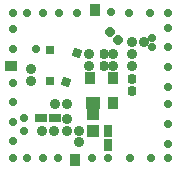
<source format=gts>
G04 Layer_Color=8388736*
%FSLAX44Y44*%
%MOMM*%
G71*
G01*
G75*
%ADD30R,1.3032X1.1032*%
%ADD31R,0.9032X1.1032*%
G04:AMPARAMS|DCode=32|XSize=0.8032mm|YSize=0.8032mm|CornerRadius=0.2516mm|HoleSize=0mm|Usage=FLASHONLY|Rotation=180.000|XOffset=0mm|YOffset=0mm|HoleType=Round|Shape=RoundedRectangle|*
%AMROUNDEDRECTD32*
21,1,0.8032,0.3000,0,0,180.0*
21,1,0.3000,0.8032,0,0,180.0*
1,1,0.5032,-0.1500,0.1500*
1,1,0.5032,0.1500,0.1500*
1,1,0.5032,0.1500,-0.1500*
1,1,0.5032,-0.1500,-0.1500*
%
%ADD32ROUNDEDRECTD32*%
G04:AMPARAMS|DCode=33|XSize=0.8032mm|YSize=0.8032mm|CornerRadius=0.2516mm|HoleSize=0mm|Usage=FLASHONLY|Rotation=270.000|XOffset=0mm|YOffset=0mm|HoleType=Round|Shape=RoundedRectangle|*
%AMROUNDEDRECTD33*
21,1,0.8032,0.3000,0,0,270.0*
21,1,0.3000,0.8032,0,0,270.0*
1,1,0.5032,-0.1500,-0.1500*
1,1,0.5032,-0.1500,0.1500*
1,1,0.5032,0.1500,0.1500*
1,1,0.5032,0.1500,-0.1500*
%
%ADD33ROUNDEDRECTD33*%
%ADD34R,0.8032X1.0032*%
%ADD35R,1.0032X0.8032*%
%ADD36P,0.9945X4X115.0*%
%ADD37R,0.7032X0.7032*%
G04:AMPARAMS|DCode=38|XSize=0.7032mm|YSize=0.8032mm|CornerRadius=0.2266mm|HoleSize=0mm|Usage=FLASHONLY|Rotation=0.000|XOffset=0mm|YOffset=0mm|HoleType=Round|Shape=RoundedRectangle|*
%AMROUNDEDRECTD38*
21,1,0.7032,0.3500,0,0,0.0*
21,1,0.2500,0.8032,0,0,0.0*
1,1,0.4532,0.1250,-0.1750*
1,1,0.4532,-0.1250,-0.1750*
1,1,0.4532,-0.1250,0.1750*
1,1,0.4532,0.1250,0.1750*
%
%ADD38ROUNDEDRECTD38*%
G04:AMPARAMS|DCode=39|XSize=0.8032mm|YSize=0.8032mm|CornerRadius=0.2516mm|HoleSize=0mm|Usage=FLASHONLY|Rotation=45.000|XOffset=0mm|YOffset=0mm|HoleType=Round|Shape=RoundedRectangle|*
%AMROUNDEDRECTD39*
21,1,0.8032,0.3000,0,0,45.0*
21,1,0.3000,0.8032,0,0,45.0*
1,1,0.5032,0.2121,0.0000*
1,1,0.5032,0.0000,-0.2121*
1,1,0.5032,-0.2121,0.0000*
1,1,0.5032,0.0000,0.2121*
%
%ADD39ROUNDEDRECTD39*%
%ADD40R,1.1032X1.0032*%
%ADD41R,0.9032X1.1032*%
%ADD42R,1.1032X0.9032*%
%ADD43C,0.7032*%
D30*
X74250Y54000D02*
D03*
D31*
X91250D02*
D03*
Y75000D02*
D03*
X72250D02*
D03*
D32*
X52750Y30250D02*
D03*
Y40250D02*
D03*
X91250Y85000D02*
D03*
Y95000D02*
D03*
X62750Y20250D02*
D03*
Y30250D02*
D03*
X108000Y95000D02*
D03*
Y85000D02*
D03*
X22250Y72250D02*
D03*
Y82250D02*
D03*
X71250Y85000D02*
D03*
Y95000D02*
D03*
D33*
X41500Y30000D02*
D03*
X31500D02*
D03*
X42500Y52500D02*
D03*
X52500Y52500D02*
D03*
X108000Y105500D02*
D03*
X118000D02*
D03*
D34*
X87000Y18000D02*
D03*
Y30000D02*
D03*
D35*
X30500Y41250D02*
D03*
X42500D02*
D03*
D36*
X51804Y71534D02*
D03*
X60696Y95966D02*
D03*
D37*
X38000Y72250D02*
D03*
X38000Y98250D02*
D03*
D38*
X108000Y74000D02*
D03*
Y64000D02*
D03*
X84250Y95000D02*
D03*
Y85000D02*
D03*
D39*
X88965Y114036D02*
D03*
X96035Y106965D02*
D03*
D40*
X74250Y44250D02*
D03*
Y30250D02*
D03*
D41*
X76100Y132000D02*
D03*
X59600Y5000D02*
D03*
D42*
X5000Y85000D02*
D03*
D43*
X7000Y6750D02*
D03*
X45000D02*
D03*
X18750D02*
D03*
X32500D02*
D03*
X73750D02*
D03*
X87000Y7000D02*
D03*
X106250D02*
D03*
X138250Y6750D02*
D03*
X123750Y7000D02*
D03*
X138250Y130000D02*
D03*
X7000Y130000D02*
D03*
Y99250D02*
D03*
Y70750D02*
D03*
X61250Y129750D02*
D03*
X90000Y130250D02*
D03*
X7000Y116250D02*
D03*
X18750Y130000D02*
D03*
X32500D02*
D03*
X46250D02*
D03*
X105000D02*
D03*
X122500D02*
D03*
X138250Y101000D02*
D03*
Y67500D02*
D03*
Y84000D02*
D03*
Y116750D02*
D03*
X26500Y99250D02*
D03*
X125000Y108750D02*
D03*
X7000Y37750D02*
D03*
Y21250D02*
D03*
Y54750D02*
D03*
X138250Y35500D02*
D03*
Y19000D02*
D03*
Y52500D02*
D03*
X16250Y41250D02*
D03*
Y30000D02*
D03*
X125000Y101250D02*
D03*
M02*

</source>
